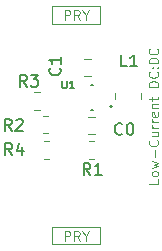
<source format=gto>
G04 #@! TF.GenerationSoftware,KiCad,Pcbnew,9.0.1+1*
G04 #@! TF.CreationDate,2025-11-12T15:34:57+00:00*
G04 #@! TF.ProjectId,megaphone-low-current-dc-dc-converter,6d656761-7068-46f6-9e65-2d6c6f772d63,0.2*
G04 #@! TF.SameCoordinates,Original*
G04 #@! TF.FileFunction,Legend,Top*
G04 #@! TF.FilePolarity,Positive*
%FSLAX46Y46*%
G04 Gerber Fmt 4.6, Leading zero omitted, Abs format (unit mm)*
G04 Created by KiCad (PCBNEW 9.0.1+1) date 2025-11-12 15:34:57*
%MOMM*%
%LPD*%
G01*
G04 APERTURE LIST*
%ADD10C,0.100000*%
%ADD11C,0.150000*%
%ADD12C,0.120000*%
%ADD13C,0.127000*%
%ADD14C,0.200000*%
%ADD15C,0.010000*%
%ADD16R,2.540000X2.000000*%
G04 APERTURE END LIST*
D10*
X127171895Y-80112782D02*
X127171895Y-80493734D01*
X127171895Y-80493734D02*
X126371895Y-80493734D01*
X127171895Y-79731830D02*
X127133800Y-79808020D01*
X127133800Y-79808020D02*
X127095704Y-79846115D01*
X127095704Y-79846115D02*
X127019514Y-79884211D01*
X127019514Y-79884211D02*
X126790942Y-79884211D01*
X126790942Y-79884211D02*
X126714752Y-79846115D01*
X126714752Y-79846115D02*
X126676657Y-79808020D01*
X126676657Y-79808020D02*
X126638561Y-79731830D01*
X126638561Y-79731830D02*
X126638561Y-79617544D01*
X126638561Y-79617544D02*
X126676657Y-79541353D01*
X126676657Y-79541353D02*
X126714752Y-79503258D01*
X126714752Y-79503258D02*
X126790942Y-79465163D01*
X126790942Y-79465163D02*
X127019514Y-79465163D01*
X127019514Y-79465163D02*
X127095704Y-79503258D01*
X127095704Y-79503258D02*
X127133800Y-79541353D01*
X127133800Y-79541353D02*
X127171895Y-79617544D01*
X127171895Y-79617544D02*
X127171895Y-79731830D01*
X126638561Y-79198496D02*
X127171895Y-79046115D01*
X127171895Y-79046115D02*
X126790942Y-78893734D01*
X126790942Y-78893734D02*
X127171895Y-78741353D01*
X127171895Y-78741353D02*
X126638561Y-78588972D01*
X126867133Y-78284210D02*
X126867133Y-77674687D01*
X127095704Y-76836591D02*
X127133800Y-76874687D01*
X127133800Y-76874687D02*
X127171895Y-76988972D01*
X127171895Y-76988972D02*
X127171895Y-77065163D01*
X127171895Y-77065163D02*
X127133800Y-77179449D01*
X127133800Y-77179449D02*
X127057609Y-77255639D01*
X127057609Y-77255639D02*
X126981419Y-77293734D01*
X126981419Y-77293734D02*
X126829038Y-77331830D01*
X126829038Y-77331830D02*
X126714752Y-77331830D01*
X126714752Y-77331830D02*
X126562371Y-77293734D01*
X126562371Y-77293734D02*
X126486180Y-77255639D01*
X126486180Y-77255639D02*
X126409990Y-77179449D01*
X126409990Y-77179449D02*
X126371895Y-77065163D01*
X126371895Y-77065163D02*
X126371895Y-76988972D01*
X126371895Y-76988972D02*
X126409990Y-76874687D01*
X126409990Y-76874687D02*
X126448085Y-76836591D01*
X126638561Y-76150877D02*
X127171895Y-76150877D01*
X126638561Y-76493734D02*
X127057609Y-76493734D01*
X127057609Y-76493734D02*
X127133800Y-76455639D01*
X127133800Y-76455639D02*
X127171895Y-76379449D01*
X127171895Y-76379449D02*
X127171895Y-76265163D01*
X127171895Y-76265163D02*
X127133800Y-76188972D01*
X127133800Y-76188972D02*
X127095704Y-76150877D01*
X127171895Y-75769924D02*
X126638561Y-75769924D01*
X126790942Y-75769924D02*
X126714752Y-75731829D01*
X126714752Y-75731829D02*
X126676657Y-75693734D01*
X126676657Y-75693734D02*
X126638561Y-75617543D01*
X126638561Y-75617543D02*
X126638561Y-75541353D01*
X127171895Y-75274686D02*
X126638561Y-75274686D01*
X126790942Y-75274686D02*
X126714752Y-75236591D01*
X126714752Y-75236591D02*
X126676657Y-75198496D01*
X126676657Y-75198496D02*
X126638561Y-75122305D01*
X126638561Y-75122305D02*
X126638561Y-75046115D01*
X127133800Y-74474686D02*
X127171895Y-74550877D01*
X127171895Y-74550877D02*
X127171895Y-74703258D01*
X127171895Y-74703258D02*
X127133800Y-74779448D01*
X127133800Y-74779448D02*
X127057609Y-74817544D01*
X127057609Y-74817544D02*
X126752847Y-74817544D01*
X126752847Y-74817544D02*
X126676657Y-74779448D01*
X126676657Y-74779448D02*
X126638561Y-74703258D01*
X126638561Y-74703258D02*
X126638561Y-74550877D01*
X126638561Y-74550877D02*
X126676657Y-74474686D01*
X126676657Y-74474686D02*
X126752847Y-74436591D01*
X126752847Y-74436591D02*
X126829038Y-74436591D01*
X126829038Y-74436591D02*
X126905228Y-74817544D01*
X126638561Y-74093734D02*
X127171895Y-74093734D01*
X126714752Y-74093734D02*
X126676657Y-74055639D01*
X126676657Y-74055639D02*
X126638561Y-73979449D01*
X126638561Y-73979449D02*
X126638561Y-73865163D01*
X126638561Y-73865163D02*
X126676657Y-73788972D01*
X126676657Y-73788972D02*
X126752847Y-73750877D01*
X126752847Y-73750877D02*
X127171895Y-73750877D01*
X126638561Y-73484210D02*
X126638561Y-73179448D01*
X126371895Y-73369924D02*
X127057609Y-73369924D01*
X127057609Y-73369924D02*
X127133800Y-73331829D01*
X127133800Y-73331829D02*
X127171895Y-73255639D01*
X127171895Y-73255639D02*
X127171895Y-73179448D01*
X127171895Y-72303257D02*
X126371895Y-72303257D01*
X126371895Y-72303257D02*
X126371895Y-72112781D01*
X126371895Y-72112781D02*
X126409990Y-71998495D01*
X126409990Y-71998495D02*
X126486180Y-71922305D01*
X126486180Y-71922305D02*
X126562371Y-71884210D01*
X126562371Y-71884210D02*
X126714752Y-71846114D01*
X126714752Y-71846114D02*
X126829038Y-71846114D01*
X126829038Y-71846114D02*
X126981419Y-71884210D01*
X126981419Y-71884210D02*
X127057609Y-71922305D01*
X127057609Y-71922305D02*
X127133800Y-71998495D01*
X127133800Y-71998495D02*
X127171895Y-72112781D01*
X127171895Y-72112781D02*
X127171895Y-72303257D01*
X127095704Y-71046114D02*
X127133800Y-71084210D01*
X127133800Y-71084210D02*
X127171895Y-71198495D01*
X127171895Y-71198495D02*
X127171895Y-71274686D01*
X127171895Y-71274686D02*
X127133800Y-71388972D01*
X127133800Y-71388972D02*
X127057609Y-71465162D01*
X127057609Y-71465162D02*
X126981419Y-71503257D01*
X126981419Y-71503257D02*
X126829038Y-71541353D01*
X126829038Y-71541353D02*
X126714752Y-71541353D01*
X126714752Y-71541353D02*
X126562371Y-71503257D01*
X126562371Y-71503257D02*
X126486180Y-71465162D01*
X126486180Y-71465162D02*
X126409990Y-71388972D01*
X126409990Y-71388972D02*
X126371895Y-71274686D01*
X126371895Y-71274686D02*
X126371895Y-71198495D01*
X126371895Y-71198495D02*
X126409990Y-71084210D01*
X126409990Y-71084210D02*
X126448085Y-71046114D01*
X127095704Y-70703257D02*
X127133800Y-70665162D01*
X127133800Y-70665162D02*
X127171895Y-70703257D01*
X127171895Y-70703257D02*
X127133800Y-70741353D01*
X127133800Y-70741353D02*
X127095704Y-70703257D01*
X127095704Y-70703257D02*
X127171895Y-70703257D01*
X126676657Y-70703257D02*
X126714752Y-70665162D01*
X126714752Y-70665162D02*
X126752847Y-70703257D01*
X126752847Y-70703257D02*
X126714752Y-70741353D01*
X126714752Y-70741353D02*
X126676657Y-70703257D01*
X126676657Y-70703257D02*
X126752847Y-70703257D01*
X127171895Y-70322305D02*
X126371895Y-70322305D01*
X126371895Y-70322305D02*
X126371895Y-70131829D01*
X126371895Y-70131829D02*
X126409990Y-70017543D01*
X126409990Y-70017543D02*
X126486180Y-69941353D01*
X126486180Y-69941353D02*
X126562371Y-69903258D01*
X126562371Y-69903258D02*
X126714752Y-69865162D01*
X126714752Y-69865162D02*
X126829038Y-69865162D01*
X126829038Y-69865162D02*
X126981419Y-69903258D01*
X126981419Y-69903258D02*
X127057609Y-69941353D01*
X127057609Y-69941353D02*
X127133800Y-70017543D01*
X127133800Y-70017543D02*
X127171895Y-70131829D01*
X127171895Y-70131829D02*
X127171895Y-70322305D01*
X127095704Y-69065162D02*
X127133800Y-69103258D01*
X127133800Y-69103258D02*
X127171895Y-69217543D01*
X127171895Y-69217543D02*
X127171895Y-69293734D01*
X127171895Y-69293734D02*
X127133800Y-69408020D01*
X127133800Y-69408020D02*
X127057609Y-69484210D01*
X127057609Y-69484210D02*
X126981419Y-69522305D01*
X126981419Y-69522305D02*
X126829038Y-69560401D01*
X126829038Y-69560401D02*
X126714752Y-69560401D01*
X126714752Y-69560401D02*
X126562371Y-69522305D01*
X126562371Y-69522305D02*
X126486180Y-69484210D01*
X126486180Y-69484210D02*
X126409990Y-69408020D01*
X126409990Y-69408020D02*
X126371895Y-69293734D01*
X126371895Y-69293734D02*
X126371895Y-69217543D01*
X126371895Y-69217543D02*
X126409990Y-69103258D01*
X126409990Y-69103258D02*
X126448085Y-69065162D01*
D11*
X118834580Y-70716666D02*
X118882200Y-70764285D01*
X118882200Y-70764285D02*
X118929819Y-70907142D01*
X118929819Y-70907142D02*
X118929819Y-71002380D01*
X118929819Y-71002380D02*
X118882200Y-71145237D01*
X118882200Y-71145237D02*
X118786961Y-71240475D01*
X118786961Y-71240475D02*
X118691723Y-71288094D01*
X118691723Y-71288094D02*
X118501247Y-71335713D01*
X118501247Y-71335713D02*
X118358390Y-71335713D01*
X118358390Y-71335713D02*
X118167914Y-71288094D01*
X118167914Y-71288094D02*
X118072676Y-71240475D01*
X118072676Y-71240475D02*
X117977438Y-71145237D01*
X117977438Y-71145237D02*
X117929819Y-71002380D01*
X117929819Y-71002380D02*
X117929819Y-70907142D01*
X117929819Y-70907142D02*
X117977438Y-70764285D01*
X117977438Y-70764285D02*
X118025057Y-70716666D01*
X118929819Y-69764285D02*
X118929819Y-70335713D01*
X118929819Y-70049999D02*
X117929819Y-70049999D01*
X117929819Y-70049999D02*
X118072676Y-70145237D01*
X118072676Y-70145237D02*
X118167914Y-70240475D01*
X118167914Y-70240475D02*
X118215533Y-70335713D01*
X124533333Y-70579819D02*
X124057143Y-70579819D01*
X124057143Y-70579819D02*
X124057143Y-69579819D01*
X125390476Y-70579819D02*
X124819048Y-70579819D01*
X125104762Y-70579819D02*
X125104762Y-69579819D01*
X125104762Y-69579819D02*
X125009524Y-69722676D01*
X125009524Y-69722676D02*
X124914286Y-69817914D01*
X124914286Y-69817914D02*
X124819048Y-69865533D01*
X124133333Y-76284580D02*
X124085714Y-76332200D01*
X124085714Y-76332200D02*
X123942857Y-76379819D01*
X123942857Y-76379819D02*
X123847619Y-76379819D01*
X123847619Y-76379819D02*
X123704762Y-76332200D01*
X123704762Y-76332200D02*
X123609524Y-76236961D01*
X123609524Y-76236961D02*
X123561905Y-76141723D01*
X123561905Y-76141723D02*
X123514286Y-75951247D01*
X123514286Y-75951247D02*
X123514286Y-75808390D01*
X123514286Y-75808390D02*
X123561905Y-75617914D01*
X123561905Y-75617914D02*
X123609524Y-75522676D01*
X123609524Y-75522676D02*
X123704762Y-75427438D01*
X123704762Y-75427438D02*
X123847619Y-75379819D01*
X123847619Y-75379819D02*
X123942857Y-75379819D01*
X123942857Y-75379819D02*
X124085714Y-75427438D01*
X124085714Y-75427438D02*
X124133333Y-75475057D01*
X124752381Y-75379819D02*
X124847619Y-75379819D01*
X124847619Y-75379819D02*
X124942857Y-75427438D01*
X124942857Y-75427438D02*
X124990476Y-75475057D01*
X124990476Y-75475057D02*
X125038095Y-75570295D01*
X125038095Y-75570295D02*
X125085714Y-75760771D01*
X125085714Y-75760771D02*
X125085714Y-75998866D01*
X125085714Y-75998866D02*
X125038095Y-76189342D01*
X125038095Y-76189342D02*
X124990476Y-76284580D01*
X124990476Y-76284580D02*
X124942857Y-76332200D01*
X124942857Y-76332200D02*
X124847619Y-76379819D01*
X124847619Y-76379819D02*
X124752381Y-76379819D01*
X124752381Y-76379819D02*
X124657143Y-76332200D01*
X124657143Y-76332200D02*
X124609524Y-76284580D01*
X124609524Y-76284580D02*
X124561905Y-76189342D01*
X124561905Y-76189342D02*
X124514286Y-75998866D01*
X124514286Y-75998866D02*
X124514286Y-75760771D01*
X124514286Y-75760771D02*
X124561905Y-75570295D01*
X124561905Y-75570295D02*
X124609524Y-75475057D01*
X124609524Y-75475057D02*
X124657143Y-75427438D01*
X124657143Y-75427438D02*
X124752381Y-75379819D01*
X114808333Y-78079819D02*
X114475000Y-77603628D01*
X114236905Y-78079819D02*
X114236905Y-77079819D01*
X114236905Y-77079819D02*
X114617857Y-77079819D01*
X114617857Y-77079819D02*
X114713095Y-77127438D01*
X114713095Y-77127438D02*
X114760714Y-77175057D01*
X114760714Y-77175057D02*
X114808333Y-77270295D01*
X114808333Y-77270295D02*
X114808333Y-77413152D01*
X114808333Y-77413152D02*
X114760714Y-77508390D01*
X114760714Y-77508390D02*
X114713095Y-77556009D01*
X114713095Y-77556009D02*
X114617857Y-77603628D01*
X114617857Y-77603628D02*
X114236905Y-77603628D01*
X115665476Y-77413152D02*
X115665476Y-78079819D01*
X115427381Y-77032200D02*
X115189286Y-77746485D01*
X115189286Y-77746485D02*
X115808333Y-77746485D01*
X121433333Y-79754819D02*
X121100000Y-79278628D01*
X120861905Y-79754819D02*
X120861905Y-78754819D01*
X120861905Y-78754819D02*
X121242857Y-78754819D01*
X121242857Y-78754819D02*
X121338095Y-78802438D01*
X121338095Y-78802438D02*
X121385714Y-78850057D01*
X121385714Y-78850057D02*
X121433333Y-78945295D01*
X121433333Y-78945295D02*
X121433333Y-79088152D01*
X121433333Y-79088152D02*
X121385714Y-79183390D01*
X121385714Y-79183390D02*
X121338095Y-79231009D01*
X121338095Y-79231009D02*
X121242857Y-79278628D01*
X121242857Y-79278628D02*
X120861905Y-79278628D01*
X122385714Y-79754819D02*
X121814286Y-79754819D01*
X122100000Y-79754819D02*
X122100000Y-78754819D01*
X122100000Y-78754819D02*
X122004762Y-78897676D01*
X122004762Y-78897676D02*
X121909524Y-78992914D01*
X121909524Y-78992914D02*
X121814286Y-79040533D01*
X119062380Y-71773276D02*
X119062380Y-72291371D01*
X119062380Y-72291371D02*
X119092857Y-72352323D01*
X119092857Y-72352323D02*
X119123333Y-72382800D01*
X119123333Y-72382800D02*
X119184285Y-72413276D01*
X119184285Y-72413276D02*
X119306190Y-72413276D01*
X119306190Y-72413276D02*
X119367142Y-72382800D01*
X119367142Y-72382800D02*
X119397619Y-72352323D01*
X119397619Y-72352323D02*
X119428095Y-72291371D01*
X119428095Y-72291371D02*
X119428095Y-71773276D01*
X120068095Y-72413276D02*
X119702380Y-72413276D01*
X119885237Y-72413276D02*
X119885237Y-71773276D01*
X119885237Y-71773276D02*
X119824285Y-71864704D01*
X119824285Y-71864704D02*
X119763333Y-71925657D01*
X119763333Y-71925657D02*
X119702380Y-71956133D01*
X114758333Y-76029819D02*
X114425000Y-75553628D01*
X114186905Y-76029819D02*
X114186905Y-75029819D01*
X114186905Y-75029819D02*
X114567857Y-75029819D01*
X114567857Y-75029819D02*
X114663095Y-75077438D01*
X114663095Y-75077438D02*
X114710714Y-75125057D01*
X114710714Y-75125057D02*
X114758333Y-75220295D01*
X114758333Y-75220295D02*
X114758333Y-75363152D01*
X114758333Y-75363152D02*
X114710714Y-75458390D01*
X114710714Y-75458390D02*
X114663095Y-75506009D01*
X114663095Y-75506009D02*
X114567857Y-75553628D01*
X114567857Y-75553628D02*
X114186905Y-75553628D01*
X115139286Y-75125057D02*
X115186905Y-75077438D01*
X115186905Y-75077438D02*
X115282143Y-75029819D01*
X115282143Y-75029819D02*
X115520238Y-75029819D01*
X115520238Y-75029819D02*
X115615476Y-75077438D01*
X115615476Y-75077438D02*
X115663095Y-75125057D01*
X115663095Y-75125057D02*
X115710714Y-75220295D01*
X115710714Y-75220295D02*
X115710714Y-75315533D01*
X115710714Y-75315533D02*
X115663095Y-75458390D01*
X115663095Y-75458390D02*
X115091667Y-76029819D01*
X115091667Y-76029819D02*
X115710714Y-76029819D01*
X116058333Y-72279819D02*
X115725000Y-71803628D01*
X115486905Y-72279819D02*
X115486905Y-71279819D01*
X115486905Y-71279819D02*
X115867857Y-71279819D01*
X115867857Y-71279819D02*
X115963095Y-71327438D01*
X115963095Y-71327438D02*
X116010714Y-71375057D01*
X116010714Y-71375057D02*
X116058333Y-71470295D01*
X116058333Y-71470295D02*
X116058333Y-71613152D01*
X116058333Y-71613152D02*
X116010714Y-71708390D01*
X116010714Y-71708390D02*
X115963095Y-71756009D01*
X115963095Y-71756009D02*
X115867857Y-71803628D01*
X115867857Y-71803628D02*
X115486905Y-71803628D01*
X116391667Y-71279819D02*
X117010714Y-71279819D01*
X117010714Y-71279819D02*
X116677381Y-71660771D01*
X116677381Y-71660771D02*
X116820238Y-71660771D01*
X116820238Y-71660771D02*
X116915476Y-71708390D01*
X116915476Y-71708390D02*
X116963095Y-71756009D01*
X116963095Y-71756009D02*
X117010714Y-71851247D01*
X117010714Y-71851247D02*
X117010714Y-72089342D01*
X117010714Y-72089342D02*
X116963095Y-72184580D01*
X116963095Y-72184580D02*
X116915476Y-72232200D01*
X116915476Y-72232200D02*
X116820238Y-72279819D01*
X116820238Y-72279819D02*
X116534524Y-72279819D01*
X116534524Y-72279819D02*
X116439286Y-72232200D01*
X116439286Y-72232200D02*
X116391667Y-72184580D01*
D10*
X119282619Y-66601895D02*
X119282619Y-65801895D01*
X119282619Y-65801895D02*
X119587381Y-65801895D01*
X119587381Y-65801895D02*
X119663571Y-65839990D01*
X119663571Y-65839990D02*
X119701666Y-65878085D01*
X119701666Y-65878085D02*
X119739762Y-65954276D01*
X119739762Y-65954276D02*
X119739762Y-66068561D01*
X119739762Y-66068561D02*
X119701666Y-66144752D01*
X119701666Y-66144752D02*
X119663571Y-66182847D01*
X119663571Y-66182847D02*
X119587381Y-66220942D01*
X119587381Y-66220942D02*
X119282619Y-66220942D01*
X120539762Y-66601895D02*
X120273095Y-66220942D01*
X120082619Y-66601895D02*
X120082619Y-65801895D01*
X120082619Y-65801895D02*
X120387381Y-65801895D01*
X120387381Y-65801895D02*
X120463571Y-65839990D01*
X120463571Y-65839990D02*
X120501666Y-65878085D01*
X120501666Y-65878085D02*
X120539762Y-65954276D01*
X120539762Y-65954276D02*
X120539762Y-66068561D01*
X120539762Y-66068561D02*
X120501666Y-66144752D01*
X120501666Y-66144752D02*
X120463571Y-66182847D01*
X120463571Y-66182847D02*
X120387381Y-66220942D01*
X120387381Y-66220942D02*
X120082619Y-66220942D01*
X121035000Y-66220942D02*
X121035000Y-66601895D01*
X120768333Y-65801895D02*
X121035000Y-66220942D01*
X121035000Y-66220942D02*
X121301666Y-65801895D01*
X119282619Y-85321895D02*
X119282619Y-84521895D01*
X119282619Y-84521895D02*
X119587381Y-84521895D01*
X119587381Y-84521895D02*
X119663571Y-84559990D01*
X119663571Y-84559990D02*
X119701666Y-84598085D01*
X119701666Y-84598085D02*
X119739762Y-84674276D01*
X119739762Y-84674276D02*
X119739762Y-84788561D01*
X119739762Y-84788561D02*
X119701666Y-84864752D01*
X119701666Y-84864752D02*
X119663571Y-84902847D01*
X119663571Y-84902847D02*
X119587381Y-84940942D01*
X119587381Y-84940942D02*
X119282619Y-84940942D01*
X120539762Y-85321895D02*
X120273095Y-84940942D01*
X120082619Y-85321895D02*
X120082619Y-84521895D01*
X120082619Y-84521895D02*
X120387381Y-84521895D01*
X120387381Y-84521895D02*
X120463571Y-84559990D01*
X120463571Y-84559990D02*
X120501666Y-84598085D01*
X120501666Y-84598085D02*
X120539762Y-84674276D01*
X120539762Y-84674276D02*
X120539762Y-84788561D01*
X120539762Y-84788561D02*
X120501666Y-84864752D01*
X120501666Y-84864752D02*
X120463571Y-84902847D01*
X120463571Y-84902847D02*
X120387381Y-84940942D01*
X120387381Y-84940942D02*
X120082619Y-84940942D01*
X121035000Y-84940942D02*
X121035000Y-85321895D01*
X120768333Y-84521895D02*
X121035000Y-84940942D01*
X121035000Y-84940942D02*
X121301666Y-84521895D01*
D12*
X120926748Y-69915000D02*
X121449252Y-69915000D01*
X120926748Y-71385000D02*
X121449252Y-71385000D01*
X123540000Y-72834248D02*
X123540000Y-73356752D01*
X125760000Y-72834248D02*
X125760000Y-73356752D01*
X121786252Y-74840000D02*
X121263748Y-74840000D01*
X121786252Y-76310000D02*
X121263748Y-76310000D01*
X117472936Y-76915000D02*
X117927064Y-76915000D01*
X117472936Y-78385000D02*
X117927064Y-78385000D01*
X121777064Y-76915000D02*
X121322936Y-76915000D01*
X121777064Y-78385000D02*
X121322936Y-78385000D01*
D13*
X121511000Y-72165000D02*
X121681000Y-72165000D01*
X121681000Y-74265000D02*
X121511000Y-74265000D01*
D14*
X123296000Y-73965000D02*
G75*
G02*
X123096000Y-73965000I-100000J0D01*
G01*
X123096000Y-73965000D02*
G75*
G02*
X123296000Y-73965000I100000J0D01*
G01*
D12*
X117422936Y-74765000D02*
X117877064Y-74765000D01*
X117422936Y-76235000D02*
X117877064Y-76235000D01*
X117152064Y-72765000D02*
X116697936Y-72765000D01*
X117152064Y-74235000D02*
X116697936Y-74235000D01*
D10*
X122219241Y-66954000D02*
X118215484Y-66954000D01*
X118215484Y-65485000D01*
X122219241Y-65485000D01*
X122219241Y-66954000D01*
X122219241Y-84176000D02*
X118215484Y-84176000D01*
X118215484Y-85645000D01*
X122219241Y-85645000D01*
X122219241Y-84176000D01*
%LPC*%
D15*
X121241000Y-72675000D02*
X120481000Y-72675000D01*
X120481000Y-72255000D01*
X121241000Y-72255000D01*
X121241000Y-72675000D01*
G36*
X121241000Y-72675000D02*
G01*
X120481000Y-72675000D01*
X120481000Y-72255000D01*
X121241000Y-72255000D01*
X121241000Y-72675000D01*
G37*
X121241000Y-73175000D02*
X120481000Y-73175000D01*
X120481000Y-72755000D01*
X121241000Y-72755000D01*
X121241000Y-73175000D01*
G36*
X121241000Y-73175000D02*
G01*
X120481000Y-73175000D01*
X120481000Y-72755000D01*
X121241000Y-72755000D01*
X121241000Y-73175000D01*
G37*
X121241000Y-73675000D02*
X120481000Y-73675000D01*
X120481000Y-73255000D01*
X121241000Y-73255000D01*
X121241000Y-73675000D01*
G36*
X121241000Y-73675000D02*
G01*
X120481000Y-73675000D01*
X120481000Y-73255000D01*
X121241000Y-73255000D01*
X121241000Y-73675000D01*
G37*
X121241000Y-74175000D02*
X120481000Y-74175000D01*
X120481000Y-73755000D01*
X121241000Y-73755000D01*
X121241000Y-74175000D01*
G36*
X121241000Y-74175000D02*
G01*
X120481000Y-74175000D01*
X120481000Y-73755000D01*
X121241000Y-73755000D01*
X121241000Y-74175000D01*
G37*
X122711000Y-72675000D02*
X121951000Y-72675000D01*
X121951000Y-72255000D01*
X122711000Y-72255000D01*
X122711000Y-72675000D01*
G36*
X122711000Y-72675000D02*
G01*
X121951000Y-72675000D01*
X121951000Y-72255000D01*
X122711000Y-72255000D01*
X122711000Y-72675000D01*
G37*
X122711000Y-73175000D02*
X121951000Y-73175000D01*
X121951000Y-72755000D01*
X122711000Y-72755000D01*
X122711000Y-73175000D01*
G36*
X122711000Y-73175000D02*
G01*
X121951000Y-73175000D01*
X121951000Y-72755000D01*
X122711000Y-72755000D01*
X122711000Y-73175000D01*
G37*
X122711000Y-73675000D02*
X121951000Y-73675000D01*
X121951000Y-73255000D01*
X122711000Y-73255000D01*
X122711000Y-73675000D01*
G36*
X122711000Y-73675000D02*
G01*
X121951000Y-73675000D01*
X121951000Y-73255000D01*
X122711000Y-73255000D01*
X122711000Y-73675000D01*
G37*
X122711000Y-74175000D02*
X121951000Y-74175000D01*
X121951000Y-73755000D01*
X122711000Y-73755000D01*
X122711000Y-74175000D01*
G36*
X122711000Y-74175000D02*
G01*
X121951000Y-74175000D01*
X121951000Y-73755000D01*
X122711000Y-73755000D01*
X122711000Y-74175000D01*
G37*
G36*
G01*
X119738000Y-71125000D02*
X119738000Y-70175000D01*
G75*
G02*
X119988000Y-69925000I250000J0D01*
G01*
X120488000Y-69925000D01*
G75*
G02*
X120738000Y-70175000I0J-250000D01*
G01*
X120738000Y-71125000D01*
G75*
G02*
X120488000Y-71375000I-250000J0D01*
G01*
X119988000Y-71375000D01*
G75*
G02*
X119738000Y-71125000I0J250000D01*
G01*
G37*
G36*
G01*
X121638000Y-71125000D02*
X121638000Y-70175000D01*
G75*
G02*
X121888000Y-69925000I250000J0D01*
G01*
X122388000Y-69925000D01*
G75*
G02*
X122638000Y-70175000I0J-250000D01*
G01*
X122638000Y-71125000D01*
G75*
G02*
X122388000Y-71375000I-250000J0D01*
G01*
X121888000Y-71375000D01*
G75*
G02*
X121638000Y-71125000I0J250000D01*
G01*
G37*
G36*
G01*
X123800001Y-71220500D02*
X125499999Y-71220500D01*
G75*
G02*
X125750000Y-71470501I0J-250001D01*
G01*
X125750000Y-72395499D01*
G75*
G02*
X125499999Y-72645500I-250001J0D01*
G01*
X123800001Y-72645500D01*
G75*
G02*
X123550000Y-72395499I0J250001D01*
G01*
X123550000Y-71470501D01*
G75*
G02*
X123800001Y-71220500I250001J0D01*
G01*
G37*
G36*
G01*
X123800001Y-73545500D02*
X125499999Y-73545500D01*
G75*
G02*
X125750000Y-73795501I0J-250001D01*
G01*
X125750000Y-74720499D01*
G75*
G02*
X125499999Y-74970500I-250001J0D01*
G01*
X123800001Y-74970500D01*
G75*
G02*
X123550000Y-74720499I0J250001D01*
G01*
X123550000Y-73795501D01*
G75*
G02*
X123800001Y-73545500I250001J0D01*
G01*
G37*
G36*
G01*
X122975000Y-75100000D02*
X122975000Y-76050000D01*
G75*
G02*
X122725000Y-76300000I-250000J0D01*
G01*
X122225000Y-76300000D01*
G75*
G02*
X121975000Y-76050000I0J250000D01*
G01*
X121975000Y-75100000D01*
G75*
G02*
X122225000Y-74850000I250000J0D01*
G01*
X122725000Y-74850000D01*
G75*
G02*
X122975000Y-75100000I0J-250000D01*
G01*
G37*
G36*
G01*
X121075000Y-75100000D02*
X121075000Y-76050000D01*
G75*
G02*
X120825000Y-76300000I-250000J0D01*
G01*
X120325000Y-76300000D01*
G75*
G02*
X120075000Y-76050000I0J250000D01*
G01*
X120075000Y-75100000D01*
G75*
G02*
X120325000Y-74850000I250000J0D01*
G01*
X120825000Y-74850000D01*
G75*
G02*
X121075000Y-75100000I0J-250000D01*
G01*
G37*
G36*
G01*
X116275000Y-78100000D02*
X116275000Y-77200000D01*
G75*
G02*
X116525000Y-76950000I250000J0D01*
G01*
X117050000Y-76950000D01*
G75*
G02*
X117300000Y-77200000I0J-250000D01*
G01*
X117300000Y-78100000D01*
G75*
G02*
X117050000Y-78350000I-250000J0D01*
G01*
X116525000Y-78350000D01*
G75*
G02*
X116275000Y-78100000I0J250000D01*
G01*
G37*
G36*
G01*
X118100000Y-78100000D02*
X118100000Y-77200000D01*
G75*
G02*
X118350000Y-76950000I250000J0D01*
G01*
X118875000Y-76950000D01*
G75*
G02*
X119125000Y-77200000I0J-250000D01*
G01*
X119125000Y-78100000D01*
G75*
G02*
X118875000Y-78350000I-250000J0D01*
G01*
X118350000Y-78350000D01*
G75*
G02*
X118100000Y-78100000I0J250000D01*
G01*
G37*
G36*
G01*
X122975000Y-77200000D02*
X122975000Y-78100000D01*
G75*
G02*
X122725000Y-78350000I-250000J0D01*
G01*
X122200000Y-78350000D01*
G75*
G02*
X121950000Y-78100000I0J250000D01*
G01*
X121950000Y-77200000D01*
G75*
G02*
X122200000Y-76950000I250000J0D01*
G01*
X122725000Y-76950000D01*
G75*
G02*
X122975000Y-77200000I0J-250000D01*
G01*
G37*
G36*
G01*
X121150000Y-77200000D02*
X121150000Y-78100000D01*
G75*
G02*
X120900000Y-78350000I-250000J0D01*
G01*
X120375000Y-78350000D01*
G75*
G02*
X120125000Y-78100000I0J250000D01*
G01*
X120125000Y-77200000D01*
G75*
G02*
X120375000Y-76950000I250000J0D01*
G01*
X120900000Y-76950000D01*
G75*
G02*
X121150000Y-77200000I0J-250000D01*
G01*
G37*
G36*
G01*
X116225000Y-75950000D02*
X116225000Y-75050000D01*
G75*
G02*
X116475000Y-74800000I250000J0D01*
G01*
X117000000Y-74800000D01*
G75*
G02*
X117250000Y-75050000I0J-250000D01*
G01*
X117250000Y-75950000D01*
G75*
G02*
X117000000Y-76200000I-250000J0D01*
G01*
X116475000Y-76200000D01*
G75*
G02*
X116225000Y-75950000I0J250000D01*
G01*
G37*
G36*
G01*
X118050000Y-75950000D02*
X118050000Y-75050000D01*
G75*
G02*
X118300000Y-74800000I250000J0D01*
G01*
X118825000Y-74800000D01*
G75*
G02*
X119075000Y-75050000I0J-250000D01*
G01*
X119075000Y-75950000D01*
G75*
G02*
X118825000Y-76200000I-250000J0D01*
G01*
X118300000Y-76200000D01*
G75*
G02*
X118050000Y-75950000I0J250000D01*
G01*
G37*
G36*
G01*
X118350000Y-73050000D02*
X118350000Y-73950000D01*
G75*
G02*
X118100000Y-74200000I-250000J0D01*
G01*
X117575000Y-74200000D01*
G75*
G02*
X117325000Y-73950000I0J250000D01*
G01*
X117325000Y-73050000D01*
G75*
G02*
X117575000Y-72800000I250000J0D01*
G01*
X118100000Y-72800000D01*
G75*
G02*
X118350000Y-73050000I0J-250000D01*
G01*
G37*
G36*
G01*
X116525000Y-73050000D02*
X116525000Y-73950000D01*
G75*
G02*
X116275000Y-74200000I-250000J0D01*
G01*
X115750000Y-74200000D01*
G75*
G02*
X115500000Y-73950000I0J250000D01*
G01*
X115500000Y-73050000D01*
G75*
G02*
X115750000Y-72800000I250000J0D01*
G01*
X116275000Y-72800000D01*
G75*
G02*
X116525000Y-73050000I0J-250000D01*
G01*
G37*
D16*
X127735000Y-66675000D03*
G36*
G01*
X125410000Y-67050000D02*
X125410000Y-66300000D01*
G75*
G02*
X125660000Y-66050000I250000J0D01*
G01*
X126410000Y-66050000D01*
G75*
G02*
X126660000Y-66300000I0J-250000D01*
G01*
X126660000Y-67050000D01*
G75*
G02*
X126410000Y-67300000I-250000J0D01*
G01*
X125660000Y-67300000D01*
G75*
G02*
X125410000Y-67050000I0J250000D01*
G01*
G37*
X127735000Y-84455000D03*
G36*
G01*
X125410000Y-84830000D02*
X125410000Y-84080000D01*
G75*
G02*
X125660000Y-83830000I250000J0D01*
G01*
X126410000Y-83830000D01*
G75*
G02*
X126660000Y-84080000I0J-250000D01*
G01*
X126660000Y-84830000D01*
G75*
G02*
X126410000Y-85080000I-250000J0D01*
G01*
X125660000Y-85080000D01*
G75*
G02*
X125410000Y-84830000I0J250000D01*
G01*
G37*
G36*
G01*
X113810000Y-67050000D02*
X113810000Y-66300000D01*
G75*
G02*
X114060000Y-66050000I250000J0D01*
G01*
X114810000Y-66050000D01*
G75*
G02*
X115060000Y-66300000I0J-250000D01*
G01*
X115060000Y-67050000D01*
G75*
G02*
X114810000Y-67300000I-250000J0D01*
G01*
X114060000Y-67300000D01*
G75*
G02*
X113810000Y-67050000I0J250000D01*
G01*
G37*
X112735000Y-66675000D03*
G36*
G01*
X113810000Y-79750000D02*
X113810000Y-79000000D01*
G75*
G02*
X114060000Y-78750000I250000J0D01*
G01*
X114810000Y-78750000D01*
G75*
G02*
X115060000Y-79000000I0J-250000D01*
G01*
X115060000Y-79750000D01*
G75*
G02*
X114810000Y-80000000I-250000J0D01*
G01*
X114060000Y-80000000D01*
G75*
G02*
X113810000Y-79750000I0J250000D01*
G01*
G37*
X112735000Y-79375000D03*
G36*
G01*
X113810000Y-82290000D02*
X113810000Y-81540000D01*
G75*
G02*
X114060000Y-81290000I250000J0D01*
G01*
X114810000Y-81290000D01*
G75*
G02*
X115060000Y-81540000I0J-250000D01*
G01*
X115060000Y-82290000D01*
G75*
G02*
X114810000Y-82540000I-250000J0D01*
G01*
X114060000Y-82540000D01*
G75*
G02*
X113810000Y-82290000I0J250000D01*
G01*
G37*
X112735000Y-81915000D03*
G36*
G01*
X113810000Y-84830000D02*
X113810000Y-84080000D01*
G75*
G02*
X114060000Y-83830000I250000J0D01*
G01*
X114810000Y-83830000D01*
G75*
G02*
X115060000Y-84080000I0J-250000D01*
G01*
X115060000Y-84830000D01*
G75*
G02*
X114810000Y-85080000I-250000J0D01*
G01*
X114060000Y-85080000D01*
G75*
G02*
X113810000Y-84830000I0J250000D01*
G01*
G37*
X112735000Y-84455000D03*
%LPD*%
M02*

</source>
